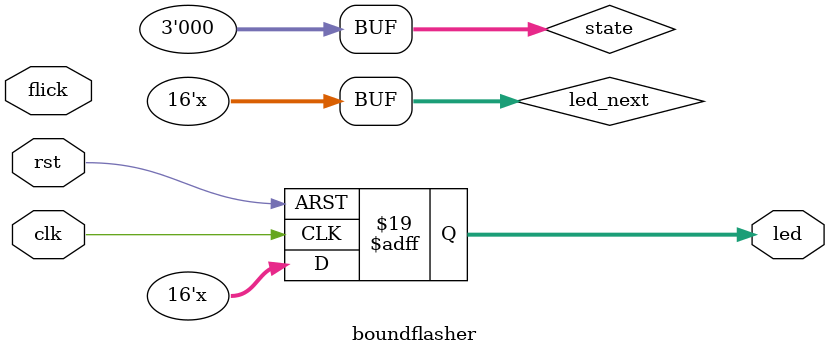
<source format=v>
module boundflasher(led, clk, rst, flick);

parameter MAX = 15;

output reg [MAX:0]led;
input clk;
input flick;
input rst;
reg [MAX:0]led_next;
reg [2:0]state;

always @ (flick or clk) begin
	case (state)
	// state 0
	3'b000: begin				
			if(flick == 1'b1) 
				state = 3'b001;
			else
				led_next[MAX:0] = 16'b0;
		end
	// state 1
	3'b001: begin				
			if(led[15] == 1'b1) 
				state = 3'b010;
			else
				led_next[MAX:0] = {led[MAX - 1:0], 1'b1};
		end		
	// state 2
	3'b010: begin				
			if(led[5] == 1'b0) begin
				if(flick == 1'b1)
					state = 3'b001;
				else
					state = 3'b011;
			end
			else
				led_next[MAX:0] = {1'b0, led[MAX:1]};
		end
	// state 3
	3'b011: begin				
			if(led[10] == 1'b1) 
				state = 3'b100;
			else
				led_next[MAX:0] = {led[MAX - 1:0], 1'b1};
		end
	// state 4		
	3'b100: begin		
			if((led[0] == 1'b0 || led[5:4] == 2'b01) && flick == 1'b1) 
				state = 3'b011;
			else if(led[0] == 1'b0 && flick == 1'b0)
				state = 3'b101;
			else 
				led_next[MAX:0] = {1'b0, led[MAX:1]};
		end
	// state 5	
	3'b101: begin				
			if(led[5] == 1'b1) 
				state = 3'b110;
			else 
				led_next[MAX:0] = {led[MAX - 1:0], 1'b1};
		end
	// state 6		
	3'b110: begin				
			if(led[0] == 1'b0) 
				state = 3'b000;
			else
				led_next[MAX:0] = {1'b0, led[MAX:1]};
		end
	default: state = 3'b000;
	endcase
end

always @ (posedge clk or negedge rst) begin
	if(rst == 1'b0) begin
		led <= 16'b0;
		state <= 3'b0;
	end
	else begin
		led[MAX:0] <= led_next[MAX:0];
	end
end

endmodule

</source>
